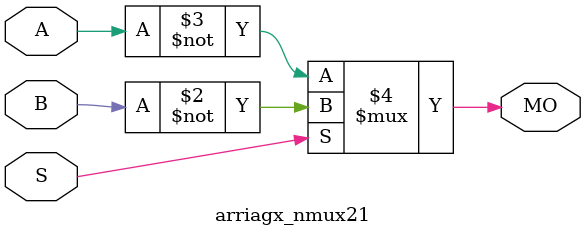
<source format=v>
module arriagx_nmux21 (MO, A, B, S);
   input A, B, S; 
   output MO; 
   assign MO = (S == 1) ? ~B : ~A; 
endmodule
</source>
